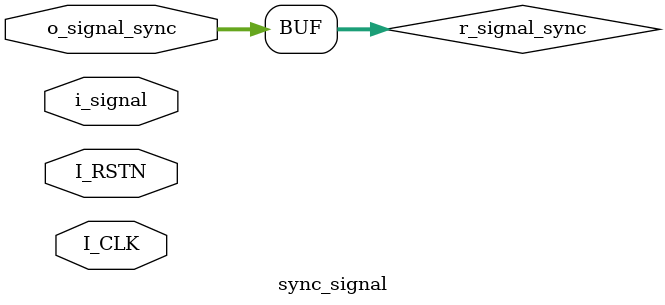
<source format=v>
module sync_signal #(parameter BUS_WIDTH = 8)
(
    input					I_CLK			,
    input					I_RSTN			,
    input [BUS_WIDTH-1:0]	i_signal		,
    input [BUS_WIDTH-1:0]	o_signal_sync	
);
  
  	reg [BUS_WIDTH-1:0] r_signal_sync;
  
  	always @(posedge I_CLK or negedge I_RSTN) begin
    	if(!I_RSTN) begin
      		r_signal_sync <= 'd0;
    	end
    	else begin
      		r_signal_sync <= i_signal;
        end
  	end
  
  	assign o_signal_sync = r_signal_sync;
  
endmodule
</source>
